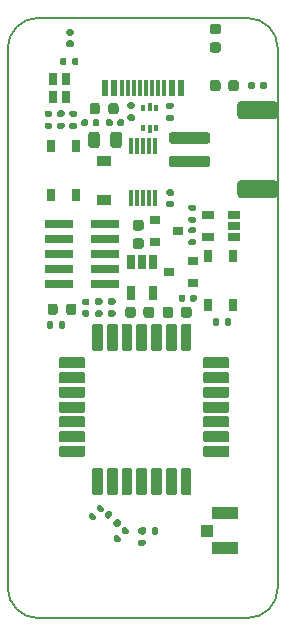
<source format=gtp>
G04 #@! TF.GenerationSoftware,KiCad,Pcbnew,(5.1.8)-1*
G04 #@! TF.CreationDate,2020-12-21T10:11:38+01:00*
G04 #@! TF.ProjectId,Penguino-STM32WL-LoRa-E5,50656e67-7569-46e6-9f2d-53544d333257,0.1*
G04 #@! TF.SameCoordinates,PX8198450PY59a5380*
G04 #@! TF.FileFunction,Paste,Top*
G04 #@! TF.FilePolarity,Positive*
%FSLAX46Y46*%
G04 Gerber Fmt 4.6, Leading zero omitted, Abs format (unit mm)*
G04 Created by KiCad (PCBNEW (5.1.8)-1) date 2020-12-21 10:11:38*
%MOMM*%
%LPD*%
G01*
G04 APERTURE LIST*
G04 #@! TA.AperFunction,Profile*
%ADD10C,0.150000*%
G04 #@! TD*
%ADD11R,0.600000X1.450000*%
%ADD12R,0.300000X1.450000*%
%ADD13R,0.800000X1.000000*%
%ADD14R,2.200000X1.050000*%
%ADD15R,1.050000X1.000000*%
%ADD16R,0.900000X0.800000*%
%ADD17R,0.660000X1.050000*%
%ADD18R,1.060000X0.650000*%
%ADD19R,0.300000X1.400000*%
%ADD20R,0.650000X1.220000*%
%ADD21R,2.400000X0.740000*%
%ADD22R,1.200000X0.900000*%
%ADD23R,0.375000X0.500000*%
%ADD24R,0.300000X0.650000*%
G04 APERTURE END LIST*
D10*
X-8890000Y-25380000D02*
G75*
G02*
X-11430000Y-22840000I0J2540000D01*
G01*
X11430000Y-22840000D02*
G75*
G02*
X8890000Y-25380000I-2540000J0D01*
G01*
X8890000Y25420000D02*
G75*
G02*
X11430000Y22880000I0J-2540000D01*
G01*
X-11430000Y22880000D02*
G75*
G02*
X-8890000Y25420000I2540000J0D01*
G01*
X-11430000Y-22840000D02*
X-11430000Y22880000D01*
X8890000Y-25380000D02*
X-8890000Y-25380000D01*
X11430000Y22880000D02*
X11430000Y-22840000D01*
X-8890000Y25420000D02*
X8890000Y25420000D01*
D11*
X-3240000Y19465000D03*
X-2440000Y19465000D03*
X2460000Y19465000D03*
X3260000Y19465000D03*
X3260000Y19465000D03*
X2460000Y19465000D03*
X-2440000Y19465000D03*
X-3240000Y19465000D03*
D12*
X1760000Y19465000D03*
X1260000Y19465000D03*
X760000Y19465000D03*
X-240000Y19465000D03*
X-740000Y19465000D03*
X-1240000Y19465000D03*
X-1740000Y19465000D03*
X260000Y19465000D03*
G36*
G01*
X4000000Y9630000D02*
X4370000Y9630000D01*
G75*
G02*
X4505000Y9495000I0J-135000D01*
G01*
X4505000Y9225000D01*
G75*
G02*
X4370000Y9090000I-135000J0D01*
G01*
X4000000Y9090000D01*
G75*
G02*
X3865000Y9225000I0J135000D01*
G01*
X3865000Y9495000D01*
G75*
G02*
X4000000Y9630000I135000J0D01*
G01*
G37*
G36*
G01*
X4000000Y8610000D02*
X4370000Y8610000D01*
G75*
G02*
X4505000Y8475000I0J-135000D01*
G01*
X4505000Y8205000D01*
G75*
G02*
X4370000Y8070000I-135000J0D01*
G01*
X4000000Y8070000D01*
G75*
G02*
X3865000Y8205000I0J135000D01*
G01*
X3865000Y8475000D01*
G75*
G02*
X4000000Y8610000I135000J0D01*
G01*
G37*
G36*
G01*
X7235000Y19450000D02*
X7235000Y19950000D01*
G75*
G02*
X7460000Y20175000I225000J0D01*
G01*
X7910000Y20175000D01*
G75*
G02*
X8135000Y19950000I0J-225000D01*
G01*
X8135000Y19450000D01*
G75*
G02*
X7910000Y19225000I-225000J0D01*
G01*
X7460000Y19225000D01*
G75*
G02*
X7235000Y19450000I0J225000D01*
G01*
G37*
G36*
G01*
X5685000Y19450000D02*
X5685000Y19950000D01*
G75*
G02*
X5910000Y20175000I225000J0D01*
G01*
X6360000Y20175000D01*
G75*
G02*
X6585000Y19950000I0J-225000D01*
G01*
X6585000Y19450000D01*
G75*
G02*
X6360000Y19225000I-225000J0D01*
G01*
X5910000Y19225000D01*
G75*
G02*
X5685000Y19450000I0J225000D01*
G01*
G37*
G36*
G01*
X-640000Y6775000D02*
X-140000Y6775000D01*
G75*
G02*
X85000Y6550000I0J-225000D01*
G01*
X85000Y6100000D01*
G75*
G02*
X-140000Y5875000I-225000J0D01*
G01*
X-640000Y5875000D01*
G75*
G02*
X-865000Y6100000I0J225000D01*
G01*
X-865000Y6550000D01*
G75*
G02*
X-640000Y6775000I225000J0D01*
G01*
G37*
G36*
G01*
X-640000Y8325000D02*
X-140000Y8325000D01*
G75*
G02*
X85000Y8100000I0J-225000D01*
G01*
X85000Y7650000D01*
G75*
G02*
X-140000Y7425000I-225000J0D01*
G01*
X-640000Y7425000D01*
G75*
G02*
X-865000Y7650000I0J225000D01*
G01*
X-865000Y8100000D01*
G75*
G02*
X-640000Y8325000I225000J0D01*
G01*
G37*
G36*
G01*
X960000Y750000D02*
X960000Y250000D01*
G75*
G02*
X735000Y25000I-225000J0D01*
G01*
X285000Y25000D01*
G75*
G02*
X60000Y250000I0J225000D01*
G01*
X60000Y750000D01*
G75*
G02*
X285000Y975000I225000J0D01*
G01*
X735000Y975000D01*
G75*
G02*
X960000Y750000I0J-225000D01*
G01*
G37*
G36*
G01*
X-590000Y750000D02*
X-590000Y250000D01*
G75*
G02*
X-815000Y25000I-225000J0D01*
G01*
X-1265000Y25000D01*
G75*
G02*
X-1490000Y250000I0J225000D01*
G01*
X-1490000Y750000D01*
G75*
G02*
X-1265000Y975000I225000J0D01*
G01*
X-815000Y975000D01*
G75*
G02*
X-590000Y750000I0J-225000D01*
G01*
G37*
G36*
G01*
X5893750Y23362500D02*
X6406250Y23362500D01*
G75*
G02*
X6625000Y23143750I0J-218750D01*
G01*
X6625000Y22706250D01*
G75*
G02*
X6406250Y22487500I-218750J0D01*
G01*
X5893750Y22487500D01*
G75*
G02*
X5675000Y22706250I0J218750D01*
G01*
X5675000Y23143750D01*
G75*
G02*
X5893750Y23362500I218750J0D01*
G01*
G37*
G36*
G01*
X5893750Y24937500D02*
X6406250Y24937500D01*
G75*
G02*
X6625000Y24718750I0J-218750D01*
G01*
X6625000Y24281250D01*
G75*
G02*
X6406250Y24062500I-218750J0D01*
G01*
X5893750Y24062500D01*
G75*
G02*
X5675000Y24281250I0J218750D01*
G01*
X5675000Y24718750D01*
G75*
G02*
X5893750Y24937500I218750J0D01*
G01*
G37*
D13*
X-7565000Y18770000D03*
X-7565000Y20270000D03*
X-6465000Y20270000D03*
X-6465000Y18770000D03*
G36*
G01*
X-8065000Y493750D02*
X-8065000Y1006250D01*
G75*
G02*
X-7846250Y1225000I218750J0D01*
G01*
X-7408750Y1225000D01*
G75*
G02*
X-7190000Y1006250I0J-218750D01*
G01*
X-7190000Y493750D01*
G75*
G02*
X-7408750Y275000I-218750J0D01*
G01*
X-7846250Y275000D01*
G75*
G02*
X-8065000Y493750I0J218750D01*
G01*
G37*
G36*
G01*
X-6490000Y493750D02*
X-6490000Y1006250D01*
G75*
G02*
X-6271250Y1225000I218750J0D01*
G01*
X-5833750Y1225000D01*
G75*
G02*
X-5615000Y1006250I0J-218750D01*
G01*
X-5615000Y493750D01*
G75*
G02*
X-5833750Y275000I-218750J0D01*
G01*
X-6271250Y275000D01*
G75*
G02*
X-6490000Y493750I0J218750D01*
G01*
G37*
G36*
G01*
X-4615000Y14643750D02*
X-4615000Y15556250D01*
G75*
G02*
X-4371250Y15800000I243750J0D01*
G01*
X-3883750Y15800000D01*
G75*
G02*
X-3640000Y15556250I0J-243750D01*
G01*
X-3640000Y14643750D01*
G75*
G02*
X-3883750Y14400000I-243750J0D01*
G01*
X-4371250Y14400000D01*
G75*
G02*
X-4615000Y14643750I0J243750D01*
G01*
G37*
G36*
G01*
X-2740000Y14643750D02*
X-2740000Y15556250D01*
G75*
G02*
X-2496250Y15800000I243750J0D01*
G01*
X-2008750Y15800000D01*
G75*
G02*
X-1765000Y15556250I0J-243750D01*
G01*
X-1765000Y14643750D01*
G75*
G02*
X-2008750Y14400000I-243750J0D01*
G01*
X-2496250Y14400000D01*
G75*
G02*
X-2740000Y14643750I0J243750D01*
G01*
G37*
G36*
G01*
X-2052500Y18006250D02*
X-2052500Y17493750D01*
G75*
G02*
X-2271250Y17275000I-218750J0D01*
G01*
X-2708750Y17275000D01*
G75*
G02*
X-2927500Y17493750I0J218750D01*
G01*
X-2927500Y18006250D01*
G75*
G02*
X-2708750Y18225000I218750J0D01*
G01*
X-2271250Y18225000D01*
G75*
G02*
X-2052500Y18006250I0J-218750D01*
G01*
G37*
G36*
G01*
X-3627500Y18006250D02*
X-3627500Y17493750D01*
G75*
G02*
X-3846250Y17275000I-218750J0D01*
G01*
X-4283750Y17275000D01*
G75*
G02*
X-4502500Y17493750I0J218750D01*
G01*
X-4502500Y18006250D01*
G75*
G02*
X-4283750Y18225000I218750J0D01*
G01*
X-3846250Y18225000D01*
G75*
G02*
X-3627500Y18006250I0J-218750D01*
G01*
G37*
G36*
G01*
X5460000Y12770000D02*
X2460000Y12770000D01*
G75*
G02*
X2210000Y13020000I0J250000D01*
G01*
X2210000Y13520000D01*
G75*
G02*
X2460000Y13770000I250000J0D01*
G01*
X5460000Y13770000D01*
G75*
G02*
X5710000Y13520000I0J-250000D01*
G01*
X5710000Y13020000D01*
G75*
G02*
X5460000Y12770000I-250000J0D01*
G01*
G37*
G36*
G01*
X5460000Y14770000D02*
X2460000Y14770000D01*
G75*
G02*
X2210000Y15020000I0J250000D01*
G01*
X2210000Y15520000D01*
G75*
G02*
X2460000Y15770000I250000J0D01*
G01*
X5460000Y15770000D01*
G75*
G02*
X5710000Y15520000I0J-250000D01*
G01*
X5710000Y15020000D01*
G75*
G02*
X5460000Y14770000I-250000J0D01*
G01*
G37*
G36*
G01*
X11160000Y10170000D02*
X8260000Y10170000D01*
G75*
G02*
X8010000Y10420000I0J250000D01*
G01*
X8010000Y11420000D01*
G75*
G02*
X8260000Y11670000I250000J0D01*
G01*
X11160000Y11670000D01*
G75*
G02*
X11410000Y11420000I0J-250000D01*
G01*
X11410000Y10420000D01*
G75*
G02*
X11160000Y10170000I-250000J0D01*
G01*
G37*
G36*
G01*
X11160000Y16870000D02*
X8260000Y16870000D01*
G75*
G02*
X8010000Y17120000I0J250000D01*
G01*
X8010000Y18120000D01*
G75*
G02*
X8260000Y18370000I250000J0D01*
G01*
X11160000Y18370000D01*
G75*
G02*
X11410000Y18120000I0J-250000D01*
G01*
X11410000Y17120000D01*
G75*
G02*
X11160000Y16870000I-250000J0D01*
G01*
G37*
D14*
X6935000Y-19475000D03*
D15*
X5410000Y-18000000D03*
D14*
X6935000Y-16525000D03*
D16*
X1010000Y8350000D03*
X1010000Y6450000D03*
X3010000Y7400000D03*
G36*
G01*
X4370000Y7180000D02*
X4000000Y7180000D01*
G75*
G02*
X3865000Y7315000I0J135000D01*
G01*
X3865000Y7585000D01*
G75*
G02*
X4000000Y7720000I135000J0D01*
G01*
X4370000Y7720000D01*
G75*
G02*
X4505000Y7585000I0J-135000D01*
G01*
X4505000Y7315000D01*
G75*
G02*
X4370000Y7180000I-135000J0D01*
G01*
G37*
G36*
G01*
X4370000Y6160000D02*
X4000000Y6160000D01*
G75*
G02*
X3865000Y6295000I0J135000D01*
G01*
X3865000Y6565000D01*
G75*
G02*
X4000000Y6700000I135000J0D01*
G01*
X4370000Y6700000D01*
G75*
G02*
X4505000Y6565000I0J-135000D01*
G01*
X4505000Y6295000D01*
G75*
G02*
X4370000Y6160000I-135000J0D01*
G01*
G37*
G36*
G01*
X-5985000Y21552000D02*
X-5985000Y21922000D01*
G75*
G02*
X-5850000Y22057000I135000J0D01*
G01*
X-5580000Y22057000D01*
G75*
G02*
X-5445000Y21922000I0J-135000D01*
G01*
X-5445000Y21552000D01*
G75*
G02*
X-5580000Y21417000I-135000J0D01*
G01*
X-5850000Y21417000D01*
G75*
G02*
X-5985000Y21552000I0J135000D01*
G01*
G37*
G36*
G01*
X-7005000Y21552000D02*
X-7005000Y21922000D01*
G75*
G02*
X-6870000Y22057000I135000J0D01*
G01*
X-6600000Y22057000D01*
G75*
G02*
X-6465000Y21922000I0J-135000D01*
G01*
X-6465000Y21552000D01*
G75*
G02*
X-6600000Y21417000I-135000J0D01*
G01*
X-6870000Y21417000D01*
G75*
G02*
X-7005000Y21552000I0J135000D01*
G01*
G37*
G36*
G01*
X9940001Y19515000D02*
X9940001Y19885000D01*
G75*
G02*
X10075001Y20020000I135000J0D01*
G01*
X10345001Y20020000D01*
G75*
G02*
X10480001Y19885000I0J-135000D01*
G01*
X10480001Y19515000D01*
G75*
G02*
X10345001Y19380000I-135000J0D01*
G01*
X10075001Y19380000D01*
G75*
G02*
X9940001Y19515000I0J135000D01*
G01*
G37*
G36*
G01*
X8920001Y19515000D02*
X8920001Y19885000D01*
G75*
G02*
X9055001Y20020000I135000J0D01*
G01*
X9325001Y20020000D01*
G75*
G02*
X9460001Y19885000I0J-135000D01*
G01*
X9460001Y19515000D01*
G75*
G02*
X9325001Y19380000I-135000J0D01*
G01*
X9055001Y19380000D01*
G75*
G02*
X8920001Y19515000I0J135000D01*
G01*
G37*
G36*
G01*
X-7125000Y17590000D02*
X-6755000Y17590000D01*
G75*
G02*
X-6620000Y17455000I0J-135000D01*
G01*
X-6620000Y17185000D01*
G75*
G02*
X-6755000Y17050000I-135000J0D01*
G01*
X-7125000Y17050000D01*
G75*
G02*
X-7260000Y17185000I0J135000D01*
G01*
X-7260000Y17455000D01*
G75*
G02*
X-7125000Y17590000I135000J0D01*
G01*
G37*
G36*
G01*
X-7125000Y16570000D02*
X-6755000Y16570000D01*
G75*
G02*
X-6620000Y16435000I0J-135000D01*
G01*
X-6620000Y16165000D01*
G75*
G02*
X-6755000Y16030000I-135000J0D01*
G01*
X-7125000Y16030000D01*
G75*
G02*
X-7260000Y16165000I0J135000D01*
G01*
X-7260000Y16435000D01*
G75*
G02*
X-7125000Y16570000I135000J0D01*
G01*
G37*
G36*
G01*
X-6075000Y16560000D02*
X-5705000Y16560000D01*
G75*
G02*
X-5570000Y16425000I0J-135000D01*
G01*
X-5570000Y16155000D01*
G75*
G02*
X-5705000Y16020000I-135000J0D01*
G01*
X-6075000Y16020000D01*
G75*
G02*
X-6210000Y16155000I0J135000D01*
G01*
X-6210000Y16425000D01*
G75*
G02*
X-6075000Y16560000I135000J0D01*
G01*
G37*
G36*
G01*
X-6075000Y17580000D02*
X-5705000Y17580000D01*
G75*
G02*
X-5570000Y17445000I0J-135000D01*
G01*
X-5570000Y17175000D01*
G75*
G02*
X-5705000Y17040000I-135000J0D01*
G01*
X-6075000Y17040000D01*
G75*
G02*
X-6210000Y17175000I0J135000D01*
G01*
X-6210000Y17445000D01*
G75*
G02*
X-6075000Y17580000I135000J0D01*
G01*
G37*
G36*
G01*
X-8175000Y17580000D02*
X-7805000Y17580000D01*
G75*
G02*
X-7670000Y17445000I0J-135000D01*
G01*
X-7670000Y17175000D01*
G75*
G02*
X-7805000Y17040000I-135000J0D01*
G01*
X-8175000Y17040000D01*
G75*
G02*
X-8310000Y17175000I0J135000D01*
G01*
X-8310000Y17445000D01*
G75*
G02*
X-8175000Y17580000I135000J0D01*
G01*
G37*
G36*
G01*
X-8175000Y16560000D02*
X-7805000Y16560000D01*
G75*
G02*
X-7670000Y16425000I0J-135000D01*
G01*
X-7670000Y16155000D01*
G75*
G02*
X-7805000Y16020000I-135000J0D01*
G01*
X-8175000Y16020000D01*
G75*
G02*
X-8310000Y16155000I0J135000D01*
G01*
X-8310000Y16425000D01*
G75*
G02*
X-8175000Y16560000I135000J0D01*
G01*
G37*
G36*
G01*
X-7110000Y-735000D02*
X-7110000Y-365000D01*
G75*
G02*
X-6975000Y-230000I135000J0D01*
G01*
X-6705000Y-230000D01*
G75*
G02*
X-6570000Y-365000I0J-135000D01*
G01*
X-6570000Y-735000D01*
G75*
G02*
X-6705000Y-870000I-135000J0D01*
G01*
X-6975000Y-870000D01*
G75*
G02*
X-7110000Y-735000I0J135000D01*
G01*
G37*
G36*
G01*
X-8130000Y-735000D02*
X-8130000Y-365000D01*
G75*
G02*
X-7995000Y-230000I135000J0D01*
G01*
X-7725000Y-230000D01*
G75*
G02*
X-7590000Y-365000I0J-135000D01*
G01*
X-7590000Y-735000D01*
G75*
G02*
X-7725000Y-870000I-135000J0D01*
G01*
X-7995000Y-870000D01*
G75*
G02*
X-8130000Y-735000I0J135000D01*
G01*
G37*
G36*
G01*
X6950000Y-485000D02*
X6950000Y-115000D01*
G75*
G02*
X7085000Y20000I135000J0D01*
G01*
X7355000Y20000D01*
G75*
G02*
X7490000Y-115000I0J-135000D01*
G01*
X7490000Y-485000D01*
G75*
G02*
X7355000Y-620000I-135000J0D01*
G01*
X7085000Y-620000D01*
G75*
G02*
X6950000Y-485000I0J135000D01*
G01*
G37*
G36*
G01*
X5930000Y-485000D02*
X5930000Y-115000D01*
G75*
G02*
X6065000Y20000I135000J0D01*
G01*
X6335000Y20000D01*
G75*
G02*
X6470000Y-115000I0J-135000D01*
G01*
X6470000Y-485000D01*
G75*
G02*
X6335000Y-620000I-135000J0D01*
G01*
X6065000Y-620000D01*
G75*
G02*
X5930000Y-485000I0J135000D01*
G01*
G37*
G36*
G01*
X97500Y-19280000D02*
X-272500Y-19280000D01*
G75*
G02*
X-407500Y-19145000I0J135000D01*
G01*
X-407500Y-18875000D01*
G75*
G02*
X-272500Y-18740000I135000J0D01*
G01*
X97500Y-18740000D01*
G75*
G02*
X232500Y-18875000I0J-135000D01*
G01*
X232500Y-19145000D01*
G75*
G02*
X97500Y-19280000I-135000J0D01*
G01*
G37*
G36*
G01*
X97500Y-18260000D02*
X-272500Y-18260000D01*
G75*
G02*
X-407500Y-18125000I0J135000D01*
G01*
X-407500Y-17855000D01*
G75*
G02*
X-272500Y-17720000I135000J0D01*
G01*
X97500Y-17720000D01*
G75*
G02*
X232500Y-17855000I0J-135000D01*
G01*
X232500Y-18125000D01*
G75*
G02*
X97500Y-18260000I-135000J0D01*
G01*
G37*
G36*
G01*
X-2812000Y1685000D02*
X-2442000Y1685000D01*
G75*
G02*
X-2307000Y1550000I0J-135000D01*
G01*
X-2307000Y1280000D01*
G75*
G02*
X-2442000Y1145000I-135000J0D01*
G01*
X-2812000Y1145000D01*
G75*
G02*
X-2947000Y1280000I0J135000D01*
G01*
X-2947000Y1550000D01*
G75*
G02*
X-2812000Y1685000I135000J0D01*
G01*
G37*
G36*
G01*
X-2812000Y665000D02*
X-2442000Y665000D01*
G75*
G02*
X-2307000Y530000I0J-135000D01*
G01*
X-2307000Y260000D01*
G75*
G02*
X-2442000Y125000I-135000J0D01*
G01*
X-2812000Y125000D01*
G75*
G02*
X-2947000Y260000I0J135000D01*
G01*
X-2947000Y530000D01*
G75*
G02*
X-2812000Y665000I135000J0D01*
G01*
G37*
G36*
G01*
X-3542000Y121001D02*
X-3912000Y121001D01*
G75*
G02*
X-4047000Y256001I0J135000D01*
G01*
X-4047000Y526001D01*
G75*
G02*
X-3912000Y661001I135000J0D01*
G01*
X-3542000Y661001D01*
G75*
G02*
X-3407000Y526001I0J-135000D01*
G01*
X-3407000Y256001D01*
G75*
G02*
X-3542000Y121001I-135000J0D01*
G01*
G37*
G36*
G01*
X-3542000Y1141001D02*
X-3912000Y1141001D01*
G75*
G02*
X-4047000Y1276001I0J135000D01*
G01*
X-4047000Y1546001D01*
G75*
G02*
X-3912000Y1681001I135000J0D01*
G01*
X-3542000Y1681001D01*
G75*
G02*
X-3407000Y1546001I0J-135000D01*
G01*
X-3407000Y1276001D01*
G75*
G02*
X-3542000Y1141001I-135000J0D01*
G01*
G37*
G36*
G01*
X-270000Y-18185000D02*
X-270000Y-17815000D01*
G75*
G02*
X-135000Y-17680000I135000J0D01*
G01*
X135000Y-17680000D01*
G75*
G02*
X270000Y-17815000I0J-135000D01*
G01*
X270000Y-18185000D01*
G75*
G02*
X135000Y-18320000I-135000J0D01*
G01*
X-135000Y-18320000D01*
G75*
G02*
X-270000Y-18185000I0J135000D01*
G01*
G37*
G36*
G01*
X750000Y-18185000D02*
X750000Y-17815000D01*
G75*
G02*
X885000Y-17680000I135000J0D01*
G01*
X1155000Y-17680000D01*
G75*
G02*
X1290000Y-17815000I0J-135000D01*
G01*
X1290000Y-18185000D01*
G75*
G02*
X1155000Y-18320000I-135000J0D01*
G01*
X885000Y-18320000D01*
G75*
G02*
X750000Y-18185000I0J135000D01*
G01*
G37*
G36*
G01*
X-2578891Y-16699480D02*
X-2840520Y-16961109D01*
G75*
G02*
X-3031438Y-16961109I-95459J95459D01*
G01*
X-3222357Y-16770190D01*
G75*
G02*
X-3222357Y-16579272I95459J95459D01*
G01*
X-2960728Y-16317643D01*
G75*
G02*
X-2769810Y-16317643I95459J-95459D01*
G01*
X-2578891Y-16508562D01*
G75*
G02*
X-2578891Y-16699480I-95459J-95459D01*
G01*
G37*
G36*
G01*
X-1857643Y-17420728D02*
X-2119272Y-17682357D01*
G75*
G02*
X-2310190Y-17682357I-95459J95459D01*
G01*
X-2501109Y-17491438D01*
G75*
G02*
X-2501109Y-17300520I95459J95459D01*
G01*
X-2239480Y-17038891D01*
G75*
G02*
X-2048562Y-17038891I95459J-95459D01*
G01*
X-1857643Y-17229810D01*
G75*
G02*
X-1857643Y-17420728I-95459J-95459D01*
G01*
G37*
D17*
X-7760000Y10425000D03*
X-5620000Y10425000D03*
X-7760000Y14575000D03*
X-5620000Y14575000D03*
X5540000Y1125000D03*
X7680000Y1125000D03*
X5540000Y5275000D03*
X7680000Y5275000D03*
D18*
X5510000Y6850000D03*
X5510000Y8750000D03*
X7710000Y8750000D03*
X7710000Y7800000D03*
X7710000Y6850000D03*
D16*
X2210000Y3900000D03*
X4210000Y4850000D03*
X4210000Y2950000D03*
D19*
X1010000Y14600000D03*
X510000Y14600000D03*
X10000Y14600000D03*
X-490000Y14600000D03*
X-990000Y14600000D03*
X-990000Y10200000D03*
X-490000Y10200000D03*
X10000Y10200000D03*
X510000Y10200000D03*
X1010000Y10200000D03*
G36*
G01*
X-4992500Y1663000D02*
X-4652500Y1663000D01*
G75*
G02*
X-4512500Y1523000I0J-140000D01*
G01*
X-4512500Y1243000D01*
G75*
G02*
X-4652500Y1103000I-140000J0D01*
G01*
X-4992500Y1103000D01*
G75*
G02*
X-5132500Y1243000I0J140000D01*
G01*
X-5132500Y1523000D01*
G75*
G02*
X-4992500Y1663000I140000J0D01*
G01*
G37*
G36*
G01*
X-4992500Y703000D02*
X-4652500Y703000D01*
G75*
G02*
X-4512500Y563000I0J-140000D01*
G01*
X-4512500Y283000D01*
G75*
G02*
X-4652500Y143000I-140000J0D01*
G01*
X-4992500Y143000D01*
G75*
G02*
X-5132500Y283000I0J140000D01*
G01*
X-5132500Y563000D01*
G75*
G02*
X-4992500Y703000I140000J0D01*
G01*
G37*
D20*
X885000Y4760000D03*
X-65000Y4760000D03*
X-1015000Y4760000D03*
X-1015000Y2140000D03*
X885000Y2140000D03*
G36*
G01*
X2480000Y9390000D02*
X2140000Y9390000D01*
G75*
G02*
X2000000Y9530000I0J140000D01*
G01*
X2000000Y9810000D01*
G75*
G02*
X2140000Y9950000I140000J0D01*
G01*
X2480000Y9950000D01*
G75*
G02*
X2620000Y9810000I0J-140000D01*
G01*
X2620000Y9530000D01*
G75*
G02*
X2480000Y9390000I-140000J0D01*
G01*
G37*
G36*
G01*
X2480000Y10350000D02*
X2140000Y10350000D01*
G75*
G02*
X2000000Y10490000I0J140000D01*
G01*
X2000000Y10770000D01*
G75*
G02*
X2140000Y10910000I140000J0D01*
G01*
X2480000Y10910000D01*
G75*
G02*
X2620000Y10770000I0J-140000D01*
G01*
X2620000Y10490000D01*
G75*
G02*
X2480000Y10350000I-140000J0D01*
G01*
G37*
G36*
G01*
X-6329500Y23518500D02*
X-5989500Y23518500D01*
G75*
G02*
X-5849500Y23378500I0J-140000D01*
G01*
X-5849500Y23098500D01*
G75*
G02*
X-5989500Y22958500I-140000J0D01*
G01*
X-6329500Y22958500D01*
G75*
G02*
X-6469500Y23098500I0J140000D01*
G01*
X-6469500Y23378500D01*
G75*
G02*
X-6329500Y23518500I140000J0D01*
G01*
G37*
G36*
G01*
X-6329500Y24478500D02*
X-5989500Y24478500D01*
G75*
G02*
X-5849500Y24338500I0J-140000D01*
G01*
X-5849500Y24058500D01*
G75*
G02*
X-5989500Y23918500I-140000J0D01*
G01*
X-6329500Y23918500D01*
G75*
G02*
X-6469500Y24058500I0J140000D01*
G01*
X-6469500Y24338500D01*
G75*
G02*
X-6329500Y24478500I140000J0D01*
G01*
G37*
G36*
G01*
X-3120000Y16380000D02*
X-3120000Y16720000D01*
G75*
G02*
X-2980000Y16860000I140000J0D01*
G01*
X-2700000Y16860000D01*
G75*
G02*
X-2560000Y16720000I0J-140000D01*
G01*
X-2560000Y16380000D01*
G75*
G02*
X-2700000Y16240000I-140000J0D01*
G01*
X-2980000Y16240000D01*
G75*
G02*
X-3120000Y16380000I0J140000D01*
G01*
G37*
G36*
G01*
X-2160000Y16380000D02*
X-2160000Y16720000D01*
G75*
G02*
X-2020000Y16860000I140000J0D01*
G01*
X-1740000Y16860000D01*
G75*
G02*
X-1600000Y16720000I0J-140000D01*
G01*
X-1600000Y16380000D01*
G75*
G02*
X-1740000Y16240000I-140000J0D01*
G01*
X-2020000Y16240000D01*
G75*
G02*
X-2160000Y16380000I0J140000D01*
G01*
G37*
G36*
G01*
X-4640000Y16720000D02*
X-4640000Y16380000D01*
G75*
G02*
X-4780000Y16240000I-140000J0D01*
G01*
X-5060000Y16240000D01*
G75*
G02*
X-5200000Y16380000I0J140000D01*
G01*
X-5200000Y16720000D01*
G75*
G02*
X-5060000Y16860000I140000J0D01*
G01*
X-4780000Y16860000D01*
G75*
G02*
X-4640000Y16720000I0J-140000D01*
G01*
G37*
G36*
G01*
X-3680000Y16720000D02*
X-3680000Y16380000D01*
G75*
G02*
X-3820000Y16240000I-140000J0D01*
G01*
X-4100000Y16240000D01*
G75*
G02*
X-4240000Y16380000I0J140000D01*
G01*
X-4240000Y16720000D01*
G75*
G02*
X-4100000Y16860000I140000J0D01*
G01*
X-3820000Y16860000D01*
G75*
G02*
X-3680000Y16720000I0J-140000D01*
G01*
G37*
G36*
G01*
X3050000Y1530000D02*
X3050000Y1870000D01*
G75*
G02*
X3190000Y2010000I140000J0D01*
G01*
X3470000Y2010000D01*
G75*
G02*
X3610000Y1870000I0J-140000D01*
G01*
X3610000Y1530000D01*
G75*
G02*
X3470000Y1390000I-140000J0D01*
G01*
X3190000Y1390000D01*
G75*
G02*
X3050000Y1530000I0J140000D01*
G01*
G37*
G36*
G01*
X4010000Y1530000D02*
X4010000Y1870000D01*
G75*
G02*
X4150000Y2010000I140000J0D01*
G01*
X4430000Y2010000D01*
G75*
G02*
X4570000Y1870000I0J-140000D01*
G01*
X4570000Y1530000D01*
G75*
G02*
X4430000Y1390000I-140000J0D01*
G01*
X4150000Y1390000D01*
G75*
G02*
X4010000Y1530000I0J140000D01*
G01*
G37*
G36*
G01*
X4135000Y750000D02*
X4135000Y250000D01*
G75*
G02*
X3910000Y25000I-225000J0D01*
G01*
X3460000Y25000D01*
G75*
G02*
X3235000Y250000I0J225000D01*
G01*
X3235000Y750000D01*
G75*
G02*
X3460000Y975000I225000J0D01*
G01*
X3910000Y975000D01*
G75*
G02*
X4135000Y750000I0J-225000D01*
G01*
G37*
G36*
G01*
X2585000Y750000D02*
X2585000Y250000D01*
G75*
G02*
X2360000Y25000I-225000J0D01*
G01*
X1910000Y25000D01*
G75*
G02*
X1685000Y250000I0J225000D01*
G01*
X1685000Y750000D01*
G75*
G02*
X1910000Y975000I225000J0D01*
G01*
X2360000Y975000D01*
G75*
G02*
X2585000Y750000I0J-225000D01*
G01*
G37*
G36*
G01*
X-3502807Y-15792391D02*
X-3262391Y-16032807D01*
G75*
G02*
X-3262391Y-16230797I-98995J-98995D01*
G01*
X-3460381Y-16428787D01*
G75*
G02*
X-3658371Y-16428787I-98995J98995D01*
G01*
X-3898787Y-16188371D01*
G75*
G02*
X-3898787Y-15990381I98995J98995D01*
G01*
X-3700797Y-15792391D01*
G75*
G02*
X-3502807Y-15792391I98995J-98995D01*
G01*
G37*
G36*
G01*
X-4181629Y-16471213D02*
X-3941213Y-16711629D01*
G75*
G02*
X-3941213Y-16909619I-98995J-98995D01*
G01*
X-4139203Y-17107609D01*
G75*
G02*
X-4337193Y-17107609I-98995J98995D01*
G01*
X-4577609Y-16867193D01*
G75*
G02*
X-4577609Y-16669203I98995J98995D01*
G01*
X-4379619Y-16471213D01*
G75*
G02*
X-4181629Y-16471213I98995J-98995D01*
G01*
G37*
G36*
G01*
X-2081629Y-18341213D02*
X-1841213Y-18581629D01*
G75*
G02*
X-1841213Y-18779619I-98995J-98995D01*
G01*
X-2039203Y-18977609D01*
G75*
G02*
X-2237193Y-18977609I-98995J98995D01*
G01*
X-2477609Y-18737193D01*
G75*
G02*
X-2477609Y-18539203I98995J98995D01*
G01*
X-2279619Y-18341213D01*
G75*
G02*
X-2081629Y-18341213I98995J-98995D01*
G01*
G37*
G36*
G01*
X-1402807Y-17662391D02*
X-1162391Y-17902807D01*
G75*
G02*
X-1162391Y-18100797I-98995J-98995D01*
G01*
X-1360381Y-18298787D01*
G75*
G02*
X-1558371Y-18298787I-98995J98995D01*
G01*
X-1798787Y-18058371D01*
G75*
G02*
X-1798787Y-17860381I98995J98995D01*
G01*
X-1600797Y-17662391D01*
G75*
G02*
X-1402807Y-17662391I98995J-98995D01*
G01*
G37*
G36*
G01*
X4030500Y-2737000D02*
X3294500Y-2737000D01*
G75*
G02*
X3202500Y-2645000I0J92000D01*
G01*
X3202500Y-609000D01*
G75*
G02*
X3294500Y-517000I92000J0D01*
G01*
X4030500Y-517000D01*
G75*
G02*
X4122500Y-609000I0J-92000D01*
G01*
X4122500Y-2645000D01*
G75*
G02*
X4030500Y-2737000I-92000J0D01*
G01*
G37*
G36*
G01*
X2780500Y-2737000D02*
X2044500Y-2737000D01*
G75*
G02*
X1952500Y-2645000I0J92000D01*
G01*
X1952500Y-609000D01*
G75*
G02*
X2044500Y-517000I92000J0D01*
G01*
X2780500Y-517000D01*
G75*
G02*
X2872500Y-609000I0J-92000D01*
G01*
X2872500Y-2645000D01*
G75*
G02*
X2780500Y-2737000I-92000J0D01*
G01*
G37*
G36*
G01*
X1530500Y-2737000D02*
X794500Y-2737000D01*
G75*
G02*
X702500Y-2645000I0J92000D01*
G01*
X702500Y-609000D01*
G75*
G02*
X794500Y-517000I92000J0D01*
G01*
X1530500Y-517000D01*
G75*
G02*
X1622500Y-609000I0J-92000D01*
G01*
X1622500Y-2645000D01*
G75*
G02*
X1530500Y-2737000I-92000J0D01*
G01*
G37*
G36*
G01*
X280500Y-2737000D02*
X-455500Y-2737000D01*
G75*
G02*
X-547500Y-2645000I0J92000D01*
G01*
X-547500Y-609000D01*
G75*
G02*
X-455500Y-517000I92000J0D01*
G01*
X280500Y-517000D01*
G75*
G02*
X372500Y-609000I0J-92000D01*
G01*
X372500Y-2645000D01*
G75*
G02*
X280500Y-2737000I-92000J0D01*
G01*
G37*
G36*
G01*
X-969500Y-2737000D02*
X-1705500Y-2737000D01*
G75*
G02*
X-1797500Y-2645000I0J92000D01*
G01*
X-1797500Y-609000D01*
G75*
G02*
X-1705500Y-517000I92000J0D01*
G01*
X-969500Y-517000D01*
G75*
G02*
X-877500Y-609000I0J-92000D01*
G01*
X-877500Y-2645000D01*
G75*
G02*
X-969500Y-2737000I-92000J0D01*
G01*
G37*
G36*
G01*
X-2219500Y-2737000D02*
X-2955500Y-2737000D01*
G75*
G02*
X-3047500Y-2645000I0J92000D01*
G01*
X-3047500Y-609000D01*
G75*
G02*
X-2955500Y-517000I92000J0D01*
G01*
X-2219500Y-517000D01*
G75*
G02*
X-2127500Y-609000I0J-92000D01*
G01*
X-2127500Y-2645000D01*
G75*
G02*
X-2219500Y-2737000I-92000J0D01*
G01*
G37*
G36*
G01*
X-3469500Y-2737000D02*
X-4205500Y-2737000D01*
G75*
G02*
X-4297500Y-2645000I0J92000D01*
G01*
X-4297500Y-609000D01*
G75*
G02*
X-4205500Y-517000I92000J0D01*
G01*
X-3469500Y-517000D01*
G75*
G02*
X-3377500Y-609000I0J-92000D01*
G01*
X-3377500Y-2645000D01*
G75*
G02*
X-3469500Y-2737000I-92000J0D01*
G01*
G37*
G36*
G01*
X1530500Y-14937000D02*
X794500Y-14937000D01*
G75*
G02*
X702500Y-14845000I0J92000D01*
G01*
X702500Y-12809000D01*
G75*
G02*
X794500Y-12717000I92000J0D01*
G01*
X1530500Y-12717000D01*
G75*
G02*
X1622500Y-12809000I0J-92000D01*
G01*
X1622500Y-14845000D01*
G75*
G02*
X1530500Y-14937000I-92000J0D01*
G01*
G37*
G36*
G01*
X280500Y-14937000D02*
X-455500Y-14937000D01*
G75*
G02*
X-547500Y-14845000I0J92000D01*
G01*
X-547500Y-12809000D01*
G75*
G02*
X-455500Y-12717000I92000J0D01*
G01*
X280500Y-12717000D01*
G75*
G02*
X372500Y-12809000I0J-92000D01*
G01*
X372500Y-14845000D01*
G75*
G02*
X280500Y-14937000I-92000J0D01*
G01*
G37*
G36*
G01*
X-969500Y-14937000D02*
X-1705500Y-14937000D01*
G75*
G02*
X-1797500Y-14845000I0J92000D01*
G01*
X-1797500Y-12809000D01*
G75*
G02*
X-1705500Y-12717000I92000J0D01*
G01*
X-969500Y-12717000D01*
G75*
G02*
X-877500Y-12809000I0J-92000D01*
G01*
X-877500Y-14845000D01*
G75*
G02*
X-969500Y-14937000I-92000J0D01*
G01*
G37*
G36*
G01*
X-2219500Y-14937000D02*
X-2955500Y-14937000D01*
G75*
G02*
X-3047500Y-14845000I0J92000D01*
G01*
X-3047500Y-12809000D01*
G75*
G02*
X-2955500Y-12717000I92000J0D01*
G01*
X-2219500Y-12717000D01*
G75*
G02*
X-2127500Y-12809000I0J-92000D01*
G01*
X-2127500Y-14845000D01*
G75*
G02*
X-2219500Y-14937000I-92000J0D01*
G01*
G37*
G36*
G01*
X2780500Y-14937000D02*
X2044500Y-14937000D01*
G75*
G02*
X1952500Y-14845000I0J92000D01*
G01*
X1952500Y-12809000D01*
G75*
G02*
X2044500Y-12717000I92000J0D01*
G01*
X2780500Y-12717000D01*
G75*
G02*
X2872500Y-12809000I0J-92000D01*
G01*
X2872500Y-14845000D01*
G75*
G02*
X2780500Y-14937000I-92000J0D01*
G01*
G37*
G36*
G01*
X-3469500Y-14937000D02*
X-4205500Y-14937000D01*
G75*
G02*
X-4297500Y-14845000I0J92000D01*
G01*
X-4297500Y-12809000D01*
G75*
G02*
X-4205500Y-12717000I92000J0D01*
G01*
X-3469500Y-12717000D01*
G75*
G02*
X-3377500Y-12809000I0J-92000D01*
G01*
X-3377500Y-14845000D01*
G75*
G02*
X-3469500Y-14937000I-92000J0D01*
G01*
G37*
G36*
G01*
X4030500Y-14937000D02*
X3294500Y-14937000D01*
G75*
G02*
X3202500Y-14845000I0J92000D01*
G01*
X3202500Y-12809000D01*
G75*
G02*
X3294500Y-12717000I92000J0D01*
G01*
X4030500Y-12717000D01*
G75*
G02*
X4122500Y-12809000I0J-92000D01*
G01*
X4122500Y-14845000D01*
G75*
G02*
X4030500Y-14937000I-92000J0D01*
G01*
G37*
G36*
G01*
X-4877500Y-5909000D02*
X-4877500Y-6645000D01*
G75*
G02*
X-4969500Y-6737000I-92000J0D01*
G01*
X-7005500Y-6737000D01*
G75*
G02*
X-7097500Y-6645000I0J92000D01*
G01*
X-7097500Y-5909000D01*
G75*
G02*
X-7005500Y-5817000I92000J0D01*
G01*
X-4969500Y-5817000D01*
G75*
G02*
X-4877500Y-5909000I0J-92000D01*
G01*
G37*
G36*
G01*
X-4877500Y-7159000D02*
X-4877500Y-7895000D01*
G75*
G02*
X-4969500Y-7987000I-92000J0D01*
G01*
X-7005500Y-7987000D01*
G75*
G02*
X-7097500Y-7895000I0J92000D01*
G01*
X-7097500Y-7159000D01*
G75*
G02*
X-7005500Y-7067000I92000J0D01*
G01*
X-4969500Y-7067000D01*
G75*
G02*
X-4877500Y-7159000I0J-92000D01*
G01*
G37*
G36*
G01*
X-4877500Y-8409000D02*
X-4877500Y-9145000D01*
G75*
G02*
X-4969500Y-9237000I-92000J0D01*
G01*
X-7005500Y-9237000D01*
G75*
G02*
X-7097500Y-9145000I0J92000D01*
G01*
X-7097500Y-8409000D01*
G75*
G02*
X-7005500Y-8317000I92000J0D01*
G01*
X-4969500Y-8317000D01*
G75*
G02*
X-4877500Y-8409000I0J-92000D01*
G01*
G37*
G36*
G01*
X-4877500Y-9659000D02*
X-4877500Y-10395000D01*
G75*
G02*
X-4969500Y-10487000I-92000J0D01*
G01*
X-7005500Y-10487000D01*
G75*
G02*
X-7097500Y-10395000I0J92000D01*
G01*
X-7097500Y-9659000D01*
G75*
G02*
X-7005500Y-9567000I92000J0D01*
G01*
X-4969500Y-9567000D01*
G75*
G02*
X-4877500Y-9659000I0J-92000D01*
G01*
G37*
G36*
G01*
X-4877500Y-4659000D02*
X-4877500Y-5395000D01*
G75*
G02*
X-4969500Y-5487000I-92000J0D01*
G01*
X-7005500Y-5487000D01*
G75*
G02*
X-7097500Y-5395000I0J92000D01*
G01*
X-7097500Y-4659000D01*
G75*
G02*
X-7005500Y-4567000I92000J0D01*
G01*
X-4969500Y-4567000D01*
G75*
G02*
X-4877500Y-4659000I0J-92000D01*
G01*
G37*
G36*
G01*
X-4877500Y-10909000D02*
X-4877500Y-11645000D01*
G75*
G02*
X-4969500Y-11737000I-92000J0D01*
G01*
X-7005500Y-11737000D01*
G75*
G02*
X-7097500Y-11645000I0J92000D01*
G01*
X-7097500Y-10909000D01*
G75*
G02*
X-7005500Y-10817000I92000J0D01*
G01*
X-4969500Y-10817000D01*
G75*
G02*
X-4877500Y-10909000I0J-92000D01*
G01*
G37*
G36*
G01*
X-4877500Y-3409000D02*
X-4877500Y-4145000D01*
G75*
G02*
X-4969500Y-4237000I-92000J0D01*
G01*
X-7005500Y-4237000D01*
G75*
G02*
X-7097500Y-4145000I0J92000D01*
G01*
X-7097500Y-3409000D01*
G75*
G02*
X-7005500Y-3317000I92000J0D01*
G01*
X-4969500Y-3317000D01*
G75*
G02*
X-4877500Y-3409000I0J-92000D01*
G01*
G37*
G36*
G01*
X7322500Y-7159000D02*
X7322500Y-7895000D01*
G75*
G02*
X7230500Y-7987000I-92000J0D01*
G01*
X5194500Y-7987000D01*
G75*
G02*
X5102500Y-7895000I0J92000D01*
G01*
X5102500Y-7159000D01*
G75*
G02*
X5194500Y-7067000I92000J0D01*
G01*
X7230500Y-7067000D01*
G75*
G02*
X7322500Y-7159000I0J-92000D01*
G01*
G37*
G36*
G01*
X7322500Y-5909000D02*
X7322500Y-6645000D01*
G75*
G02*
X7230500Y-6737000I-92000J0D01*
G01*
X5194500Y-6737000D01*
G75*
G02*
X5102500Y-6645000I0J92000D01*
G01*
X5102500Y-5909000D01*
G75*
G02*
X5194500Y-5817000I92000J0D01*
G01*
X7230500Y-5817000D01*
G75*
G02*
X7322500Y-5909000I0J-92000D01*
G01*
G37*
G36*
G01*
X7322500Y-10909000D02*
X7322500Y-11645000D01*
G75*
G02*
X7230500Y-11737000I-92000J0D01*
G01*
X5194500Y-11737000D01*
G75*
G02*
X5102500Y-11645000I0J92000D01*
G01*
X5102500Y-10909000D01*
G75*
G02*
X5194500Y-10817000I92000J0D01*
G01*
X7230500Y-10817000D01*
G75*
G02*
X7322500Y-10909000I0J-92000D01*
G01*
G37*
G36*
G01*
X7322500Y-3409000D02*
X7322500Y-4145000D01*
G75*
G02*
X7230500Y-4237000I-92000J0D01*
G01*
X5194500Y-4237000D01*
G75*
G02*
X5102500Y-4145000I0J92000D01*
G01*
X5102500Y-3409000D01*
G75*
G02*
X5194500Y-3317000I92000J0D01*
G01*
X7230500Y-3317000D01*
G75*
G02*
X7322500Y-3409000I0J-92000D01*
G01*
G37*
G36*
G01*
X7322500Y-9659000D02*
X7322500Y-10395000D01*
G75*
G02*
X7230500Y-10487000I-92000J0D01*
G01*
X5194500Y-10487000D01*
G75*
G02*
X5102500Y-10395000I0J92000D01*
G01*
X5102500Y-9659000D01*
G75*
G02*
X5194500Y-9567000I92000J0D01*
G01*
X7230500Y-9567000D01*
G75*
G02*
X7322500Y-9659000I0J-92000D01*
G01*
G37*
G36*
G01*
X7322500Y-4659000D02*
X7322500Y-5395000D01*
G75*
G02*
X7230500Y-5487000I-92000J0D01*
G01*
X5194500Y-5487000D01*
G75*
G02*
X5102500Y-5395000I0J92000D01*
G01*
X5102500Y-4659000D01*
G75*
G02*
X5194500Y-4567000I92000J0D01*
G01*
X7230500Y-4567000D01*
G75*
G02*
X7322500Y-4659000I0J-92000D01*
G01*
G37*
G36*
G01*
X7322500Y-8409000D02*
X7322500Y-9145000D01*
G75*
G02*
X7230500Y-9237000I-92000J0D01*
G01*
X5194500Y-9237000D01*
G75*
G02*
X5102500Y-9145000I0J92000D01*
G01*
X5102500Y-8409000D01*
G75*
G02*
X5194500Y-8317000I92000J0D01*
G01*
X7230500Y-8317000D01*
G75*
G02*
X7322500Y-8409000I0J-92000D01*
G01*
G37*
D21*
X-3190000Y2860000D03*
X-7090000Y2860000D03*
X-3190000Y4130000D03*
X-7090000Y4130000D03*
X-3190000Y5400000D03*
X-7090000Y5400000D03*
X-3190000Y6670000D03*
X-7090000Y6670000D03*
X-3190000Y7940000D03*
X-7090000Y7940000D03*
D22*
X-3290000Y10050000D03*
X-3290000Y13350000D03*
G36*
G01*
X2470000Y16695000D02*
X2100000Y16695000D01*
G75*
G02*
X1965000Y16830000I0J135000D01*
G01*
X1965000Y17100000D01*
G75*
G02*
X2100000Y17235000I135000J0D01*
G01*
X2470000Y17235000D01*
G75*
G02*
X2605000Y17100000I0J-135000D01*
G01*
X2605000Y16830000D01*
G75*
G02*
X2470000Y16695000I-135000J0D01*
G01*
G37*
G36*
G01*
X2470000Y17715000D02*
X2100000Y17715000D01*
G75*
G02*
X1965000Y17850000I0J135000D01*
G01*
X1965000Y18120000D01*
G75*
G02*
X2100000Y18255000I135000J0D01*
G01*
X2470000Y18255000D01*
G75*
G02*
X2605000Y18120000I0J-135000D01*
G01*
X2605000Y17850000D01*
G75*
G02*
X2470000Y17715000I-135000J0D01*
G01*
G37*
G36*
G01*
X-805000Y17740000D02*
X-1175000Y17740000D01*
G75*
G02*
X-1310000Y17875000I0J135000D01*
G01*
X-1310000Y18145000D01*
G75*
G02*
X-1175000Y18280000I135000J0D01*
G01*
X-805000Y18280000D01*
G75*
G02*
X-670000Y18145000I0J-135000D01*
G01*
X-670000Y17875000D01*
G75*
G02*
X-805000Y17740000I-135000J0D01*
G01*
G37*
G36*
G01*
X-805000Y16720000D02*
X-1175000Y16720000D01*
G75*
G02*
X-1310000Y16855000I0J135000D01*
G01*
X-1310000Y17125000D01*
G75*
G02*
X-1175000Y17260000I135000J0D01*
G01*
X-805000Y17260000D01*
G75*
G02*
X-670000Y17125000I0J-135000D01*
G01*
X-670000Y16855000D01*
G75*
G02*
X-805000Y16720000I-135000J0D01*
G01*
G37*
D23*
X1117500Y17830000D03*
X42500Y17830000D03*
D24*
X580000Y16055000D03*
X580000Y17905000D03*
D23*
X42500Y16130000D03*
X1117500Y16130000D03*
M02*

</source>
